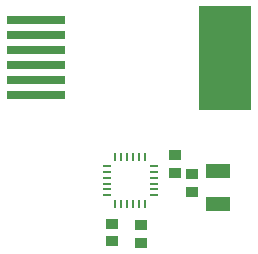
<source format=gtp>
G04 #@! TF.FileFunction,Paste,Top*
%FSLAX46Y46*%
G04 Gerber Fmt 4.6, Leading zero omitted, Abs format (unit mm)*
G04 Created by KiCad (PCBNEW 4.0.4+e1-6308~48~ubuntu16.04.1-stable) date Thu Nov  3 21:40:08 2016*
%MOMM*%
%LPD*%
G01*
G04 APERTURE LIST*
%ADD10C,0.150000*%
%ADD11R,5.000000X0.760000*%
%ADD12R,4.500000X8.800000*%
%ADD13R,1.000760X0.899160*%
%ADD14R,2.000000X1.250000*%
%ADD15O,0.800100X0.248920*%
%ADD16O,0.248920X0.800100*%
G04 APERTURE END LIST*
D10*
D11*
X144000000Y-95425000D03*
X144000000Y-97965000D03*
X144000000Y-100505000D03*
X144000000Y-99235000D03*
X144000000Y-101775000D03*
X144000000Y-96695000D03*
D12*
X160050000Y-98600000D03*
D13*
X150500000Y-114151840D03*
X150500000Y-112648160D03*
X155800000Y-108351840D03*
X155800000Y-106848160D03*
X152900000Y-114251840D03*
X152900000Y-112748160D03*
D14*
X159400000Y-110975000D03*
X159400000Y-108225000D03*
D13*
X157200000Y-108448160D03*
X157200000Y-109951840D03*
D15*
X150001020Y-107750320D03*
X150001020Y-108250700D03*
X150001020Y-108751080D03*
X150001020Y-109248920D03*
X150001020Y-109749300D03*
X150001020Y-110249680D03*
D16*
X150750320Y-110998980D03*
X151250700Y-110998980D03*
X151751080Y-110998980D03*
X152248920Y-110998980D03*
X152749300Y-110998980D03*
X153249680Y-110998980D03*
D15*
X153998980Y-110249680D03*
X153998980Y-109749300D03*
X153998980Y-109248920D03*
X153998980Y-108751080D03*
X153998980Y-108250700D03*
X153998980Y-107750320D03*
D16*
X153249680Y-107001020D03*
X152749300Y-107001020D03*
X152248920Y-107001020D03*
X151751080Y-107001020D03*
X151250700Y-107001020D03*
X150750320Y-107001020D03*
M02*

</source>
